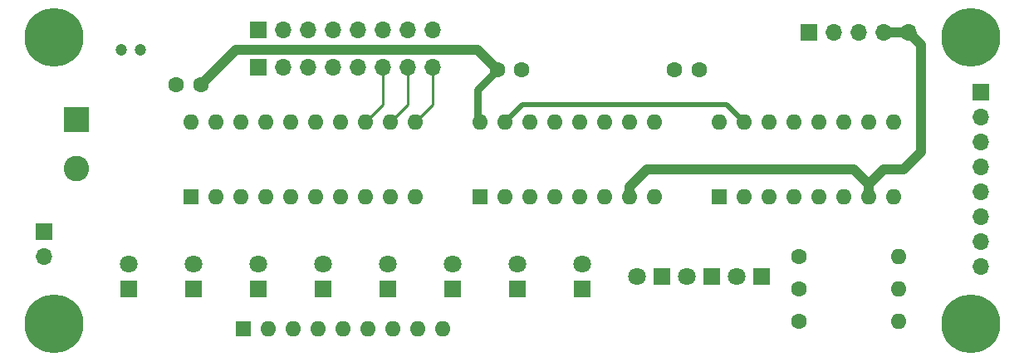
<source format=gbr>
%TF.GenerationSoftware,KiCad,Pcbnew,(5.1.9-0-10_14)*%
%TF.CreationDate,2021-05-20T01:37:57-04:00*%
%TF.ProjectId,REGISTER,52454749-5354-4455-922e-6b696361645f,rev?*%
%TF.SameCoordinates,Original*%
%TF.FileFunction,Copper,L3,Inr*%
%TF.FilePolarity,Positive*%
%FSLAX46Y46*%
G04 Gerber Fmt 4.6, Leading zero omitted, Abs format (unit mm)*
G04 Created by KiCad (PCBNEW (5.1.9-0-10_14)) date 2021-05-20 01:37:57*
%MOMM*%
%LPD*%
G01*
G04 APERTURE LIST*
%TA.AperFunction,ComponentPad*%
%ADD10C,0.800000*%
%TD*%
%TA.AperFunction,ComponentPad*%
%ADD11C,6.000000*%
%TD*%
%TA.AperFunction,ComponentPad*%
%ADD12O,1.700000X1.700000*%
%TD*%
%TA.AperFunction,ComponentPad*%
%ADD13R,1.700000X1.700000*%
%TD*%
%TA.AperFunction,ComponentPad*%
%ADD14C,1.600000*%
%TD*%
%TA.AperFunction,ComponentPad*%
%ADD15C,1.800000*%
%TD*%
%TA.AperFunction,ComponentPad*%
%ADD16R,1.800000X1.800000*%
%TD*%
%TA.AperFunction,ComponentPad*%
%ADD17C,1.200000*%
%TD*%
%TA.AperFunction,ComponentPad*%
%ADD18O,1.600000X1.600000*%
%TD*%
%TA.AperFunction,ComponentPad*%
%ADD19R,1.600000X1.600000*%
%TD*%
%TA.AperFunction,ComponentPad*%
%ADD20C,2.600000*%
%TD*%
%TA.AperFunction,ComponentPad*%
%ADD21R,2.600000X2.600000*%
%TD*%
%TA.AperFunction,Conductor*%
%ADD22C,0.750000*%
%TD*%
%TA.AperFunction,Conductor*%
%ADD23C,1.000000*%
%TD*%
%TA.AperFunction,Conductor*%
%ADD24C,0.500000*%
%TD*%
%TA.AperFunction,Conductor*%
%ADD25C,0.250000*%
%TD*%
G04 APERTURE END LIST*
D10*
%TO.N,N/C*%
%TO.C,REF\u002A\u002A*%
X161356990Y-67751010D03*
X159766000Y-67092000D03*
X158175010Y-67751010D03*
X157516000Y-69342000D03*
X158175010Y-70932990D03*
X159766000Y-71592000D03*
X161356990Y-70932990D03*
X162016000Y-69342000D03*
D11*
X159766000Y-69342000D03*
%TD*%
D10*
%TO.N,N/C*%
%TO.C,REF\u002A\u002A*%
X161356990Y-96961010D03*
X159766000Y-96302000D03*
X158175010Y-96961010D03*
X157516000Y-98552000D03*
X158175010Y-100142990D03*
X159766000Y-100802000D03*
X161356990Y-100142990D03*
X162016000Y-98552000D03*
D11*
X159766000Y-98552000D03*
%TD*%
D10*
%TO.N,N/C*%
%TO.C,REF\u002A\u002A*%
X67884990Y-96961010D03*
X66294000Y-96302000D03*
X64703010Y-96961010D03*
X64044000Y-98552000D03*
X64703010Y-100142990D03*
X66294000Y-100802000D03*
X67884990Y-100142990D03*
X68544000Y-98552000D03*
D11*
X66294000Y-98552000D03*
%TD*%
D10*
%TO.N,N/C*%
%TO.C,REF\u002A\u002A*%
X67884990Y-67751010D03*
X66294000Y-67092000D03*
X64703010Y-67751010D03*
X64044000Y-69342000D03*
X64703010Y-70932990D03*
X66294000Y-71592000D03*
X67884990Y-70932990D03*
X68544000Y-69342000D03*
D11*
X66294000Y-69342000D03*
%TD*%
D12*
%TO.N,CLOCK*%
%TO.C,J6*%
X153416000Y-68834000D03*
X150876000Y-68834000D03*
%TO.N,RESET*%
X148336000Y-68834000D03*
%TO.N,REGISTER_IN*%
X145796000Y-68834000D03*
D13*
%TO.N,REGISTER_OUT*%
X143256000Y-68834000D03*
%TD*%
D12*
%TO.N,BUS_00*%
%TO.C,J2*%
X104902000Y-68580000D03*
%TO.N,BUS_01*%
X102362000Y-68580000D03*
%TO.N,BUS_02*%
X99822000Y-68580000D03*
%TO.N,BUS_03*%
X97282000Y-68580000D03*
%TO.N,BUS_04*%
X94742000Y-68580000D03*
%TO.N,BUS_05*%
X92202000Y-68580000D03*
%TO.N,BUS_06*%
X89662000Y-68580000D03*
D13*
%TO.N,BUS_07*%
X87122000Y-68580000D03*
%TD*%
D14*
%TO.N,GND*%
%TO.C,C1*%
X114006000Y-72644000D03*
%TO.N,VCC*%
X111506000Y-72644000D03*
%TD*%
D15*
%TO.N,REGISTER_OUT*%
%TO.C,D11*%
X135890000Y-93726000D03*
D16*
%TO.N,Net-(D11-Pad1)*%
X138430000Y-93726000D03*
%TD*%
D15*
%TO.N,REGISTER_IN*%
%TO.C,D10*%
X130810000Y-93726000D03*
D16*
%TO.N,Net-(D10-Pad1)*%
X133350000Y-93726000D03*
%TD*%
D15*
%TO.N,RESET*%
%TO.C,D9*%
X125730000Y-93726000D03*
D16*
%TO.N,Net-(D9-Pad1)*%
X128270000Y-93726000D03*
%TD*%
D17*
%TO.N,GND*%
%TO.C,C4*%
X75152000Y-70612000D03*
%TO.N,VCC*%
X73152000Y-70612000D03*
%TD*%
D14*
%TO.N,GND*%
%TO.C,C3*%
X129580000Y-72644000D03*
%TO.N,VCC*%
X132080000Y-72644000D03*
%TD*%
%TO.N,GND*%
%TO.C,C2*%
X78780000Y-74168000D03*
%TO.N,VCC*%
X81280000Y-74168000D03*
%TD*%
D18*
%TO.N,VCC*%
%TO.C,U3*%
X109728000Y-77978000D03*
%TO.N,GND*%
X127508000Y-85598000D03*
%TO.N,RESET*%
X112268000Y-77978000D03*
%TO.N,CLOCK*%
X124968000Y-85598000D03*
%TO.N,BUS_03*%
X114808000Y-77978000D03*
%TO.N,Q0*%
X122428000Y-85598000D03*
%TO.N,BUS_02*%
X117348000Y-77978000D03*
%TO.N,Q1*%
X119888000Y-85598000D03*
%TO.N,BUS_01*%
X119888000Y-77978000D03*
%TO.N,Q2*%
X117348000Y-85598000D03*
%TO.N,BUS_00*%
X122428000Y-77978000D03*
%TO.N,Q3*%
X114808000Y-85598000D03*
%TO.N,REGISTER_IN*%
X124968000Y-77978000D03*
%TO.N,GND*%
X112268000Y-85598000D03*
%TO.N,REGISTER_IN*%
X127508000Y-77978000D03*
D19*
%TO.N,GND*%
X109728000Y-85598000D03*
%TD*%
D18*
%TO.N,VCC*%
%TO.C,U2*%
X134112000Y-77978000D03*
%TO.N,GND*%
X151892000Y-85598000D03*
%TO.N,RESET*%
X136652000Y-77978000D03*
%TO.N,CLOCK*%
X149352000Y-85598000D03*
%TO.N,BUS_07*%
X139192000Y-77978000D03*
%TO.N,Q4*%
X146812000Y-85598000D03*
%TO.N,BUS_06*%
X141732000Y-77978000D03*
%TO.N,Q5*%
X144272000Y-85598000D03*
%TO.N,BUS_05*%
X144272000Y-77978000D03*
%TO.N,Q6*%
X141732000Y-85598000D03*
%TO.N,BUS_04*%
X146812000Y-77978000D03*
%TO.N,Q7*%
X139192000Y-85598000D03*
%TO.N,REGISTER_IN*%
X149352000Y-77978000D03*
%TO.N,GND*%
X136652000Y-85598000D03*
%TO.N,REGISTER_IN*%
X151892000Y-77978000D03*
D19*
%TO.N,GND*%
X134112000Y-85598000D03*
%TD*%
D18*
%TO.N,VCC*%
%TO.C,U1*%
X80264000Y-77978000D03*
%TO.N,GND*%
X103124000Y-85598000D03*
%TO.N,REGISTER_OUT*%
X82804000Y-77978000D03*
%TO.N,Q0*%
X100584000Y-85598000D03*
%TO.N,BUS_07*%
X85344000Y-77978000D03*
%TO.N,Q1*%
X98044000Y-85598000D03*
%TO.N,BUS_06*%
X87884000Y-77978000D03*
%TO.N,Q2*%
X95504000Y-85598000D03*
%TO.N,BUS_05*%
X90424000Y-77978000D03*
%TO.N,Q3*%
X92964000Y-85598000D03*
%TO.N,BUS_04*%
X92964000Y-77978000D03*
%TO.N,Q4*%
X90424000Y-85598000D03*
%TO.N,BUS_03*%
X95504000Y-77978000D03*
%TO.N,Q5*%
X87884000Y-85598000D03*
%TO.N,BUS_02*%
X98044000Y-77978000D03*
%TO.N,Q6*%
X85344000Y-85598000D03*
%TO.N,BUS_01*%
X100584000Y-77978000D03*
%TO.N,Q7*%
X82804000Y-85598000D03*
%TO.N,BUS_00*%
X103124000Y-77978000D03*
D19*
%TO.N,VCC*%
X80264000Y-85598000D03*
%TD*%
D18*
%TO.N,Net-(D1-Pad1)*%
%TO.C,RN1*%
X105918000Y-99060000D03*
%TO.N,Net-(D2-Pad1)*%
X103378000Y-99060000D03*
%TO.N,Net-(D3-Pad1)*%
X100838000Y-99060000D03*
%TO.N,Net-(D4-Pad1)*%
X98298000Y-99060000D03*
%TO.N,Net-(D5-Pad1)*%
X95758000Y-99060000D03*
%TO.N,Net-(D6-Pad1)*%
X93218000Y-99060000D03*
%TO.N,Net-(D7-Pad1)*%
X90678000Y-99060000D03*
%TO.N,Net-(D8-Pad1)*%
X88138000Y-99060000D03*
D19*
%TO.N,GND*%
X85598000Y-99060000D03*
%TD*%
D18*
%TO.N,GND*%
%TO.C,R3*%
X152400000Y-91694000D03*
D14*
%TO.N,Net-(D11-Pad1)*%
X142240000Y-91694000D03*
%TD*%
D18*
%TO.N,GND*%
%TO.C,R2*%
X152400000Y-98298000D03*
D14*
%TO.N,Net-(D10-Pad1)*%
X142240000Y-98298000D03*
%TD*%
D18*
%TO.N,GND*%
%TO.C,R1*%
X152400000Y-94996000D03*
D14*
%TO.N,Net-(D9-Pad1)*%
X142240000Y-94996000D03*
%TD*%
D12*
%TO.N,Q0*%
%TO.C,J8*%
X160782000Y-92710000D03*
%TO.N,Q1*%
X160782000Y-90170000D03*
%TO.N,Q2*%
X160782000Y-87630000D03*
%TO.N,Q3*%
X160782000Y-85090000D03*
%TO.N,Q4*%
X160782000Y-82550000D03*
%TO.N,Q5*%
X160782000Y-80010000D03*
%TO.N,Q6*%
X160782000Y-77470000D03*
D13*
%TO.N,Q7*%
X160782000Y-74930000D03*
%TD*%
D12*
%TO.N,BUS_00*%
%TO.C,J5*%
X104902000Y-72390000D03*
%TO.N,BUS_01*%
X102362000Y-72390000D03*
%TO.N,BUS_02*%
X99822000Y-72390000D03*
%TO.N,BUS_03*%
X97282000Y-72390000D03*
%TO.N,BUS_04*%
X94742000Y-72390000D03*
%TO.N,BUS_05*%
X92202000Y-72390000D03*
%TO.N,BUS_06*%
X89662000Y-72390000D03*
D13*
%TO.N,BUS_07*%
X87122000Y-72390000D03*
%TD*%
D12*
%TO.N,GND*%
%TO.C,J3*%
X65278000Y-91694000D03*
D13*
%TO.N,VCC*%
X65278000Y-89154000D03*
%TD*%
D20*
%TO.N,GND*%
%TO.C,J1*%
X68580000Y-82724000D03*
D21*
%TO.N,VCC*%
X68580000Y-77724000D03*
%TD*%
D15*
%TO.N,Q7*%
%TO.C,D8*%
X73914000Y-92456000D03*
D16*
%TO.N,Net-(D8-Pad1)*%
X73914000Y-94996000D03*
%TD*%
D15*
%TO.N,Q6*%
%TO.C,D7*%
X80518000Y-92456000D03*
D16*
%TO.N,Net-(D7-Pad1)*%
X80518000Y-94996000D03*
%TD*%
D15*
%TO.N,Q5*%
%TO.C,D6*%
X87122000Y-92456000D03*
D16*
%TO.N,Net-(D6-Pad1)*%
X87122000Y-94996000D03*
%TD*%
D15*
%TO.N,Q4*%
%TO.C,D5*%
X93726000Y-92456000D03*
D16*
%TO.N,Net-(D5-Pad1)*%
X93726000Y-94996000D03*
%TD*%
D15*
%TO.N,Q3*%
%TO.C,D4*%
X100330000Y-92456000D03*
D16*
%TO.N,Net-(D4-Pad1)*%
X100330000Y-94996000D03*
%TD*%
D15*
%TO.N,Q2*%
%TO.C,D3*%
X106934000Y-92456000D03*
D16*
%TO.N,Net-(D3-Pad1)*%
X106934000Y-94996000D03*
%TD*%
D15*
%TO.N,Q1*%
%TO.C,D2*%
X113538000Y-92456000D03*
D16*
%TO.N,Net-(D2-Pad1)*%
X113538000Y-94996000D03*
%TD*%
D15*
%TO.N,Q0*%
%TO.C,D1*%
X120142000Y-92456000D03*
D16*
%TO.N,Net-(D1-Pad1)*%
X120142000Y-94996000D03*
%TD*%
D22*
%TO.N,VCC*%
X111506000Y-72644000D02*
X109474000Y-74676000D01*
X109474000Y-77724000D02*
X109728000Y-77978000D01*
X109474000Y-74676000D02*
X109474000Y-77724000D01*
D23*
X111506000Y-72644000D02*
X109474000Y-70612000D01*
X84836000Y-70612000D02*
X81280000Y-74168000D01*
X109474000Y-70612000D02*
X84836000Y-70612000D01*
D24*
%TO.N,RESET*%
X112268000Y-77978000D02*
X114046000Y-76200000D01*
X114046000Y-76200000D02*
X134874000Y-76200000D01*
X134874000Y-76200000D02*
X136652000Y-77978000D01*
D25*
%TO.N,BUS_00*%
X104902000Y-76200000D02*
X103124000Y-77978000D01*
X104902000Y-72390000D02*
X104902000Y-76200000D01*
%TO.N,BUS_01*%
X102362000Y-76200000D02*
X100584000Y-77978000D01*
X102362000Y-72390000D02*
X102362000Y-76200000D01*
%TO.N,BUS_02*%
X99822000Y-76200000D02*
X98044000Y-77978000D01*
X99822000Y-72390000D02*
X99822000Y-76200000D01*
D23*
%TO.N,CLOCK*%
X150876000Y-68834000D02*
X153416000Y-68834000D01*
X153416000Y-68834000D02*
X154686000Y-70104000D01*
X154686000Y-70104000D02*
X154686000Y-81026000D01*
X154686000Y-81026000D02*
X152908000Y-82804000D01*
X152908000Y-82804000D02*
X150876000Y-82804000D01*
X149352000Y-84328000D02*
X149352000Y-85598000D01*
X150876000Y-82804000D02*
X149352000Y-84328000D01*
X149352000Y-84328000D02*
X147828000Y-82804000D01*
X147828000Y-82804000D02*
X126746000Y-82804000D01*
X124968000Y-84582000D02*
X124968000Y-85598000D01*
X126746000Y-82804000D02*
X124968000Y-84582000D01*
%TD*%
M02*

</source>
